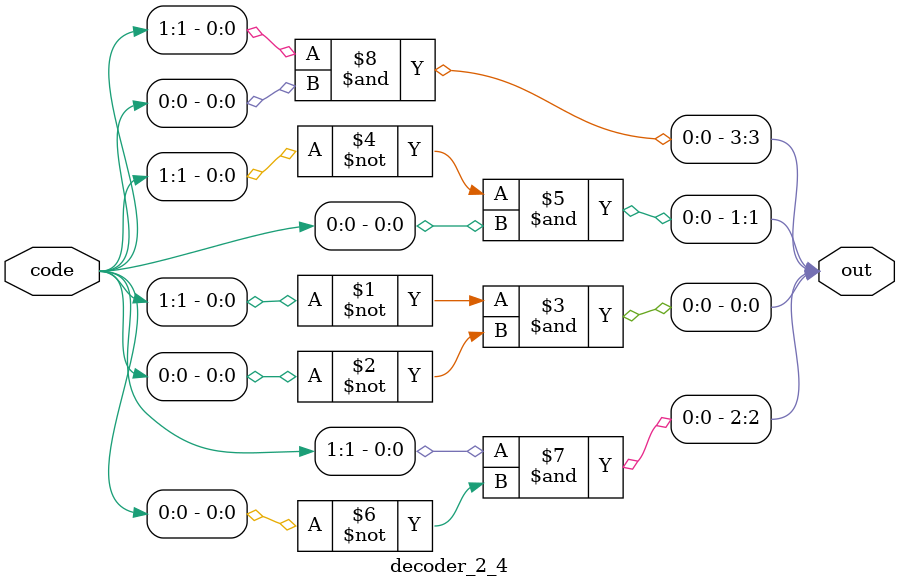
<source format=v>
module decoder_2_4(
    input wire [1:0] code,
    output wire [3:0] out
);

    assign out[0] = ~code[1] & ~code[0];
    assign out[1] = ~code[1] & code[0];
    assign out[2] = code[1] & ~code[0];
    assign out[3] = code[1] & code[0];

endmodule

</source>
